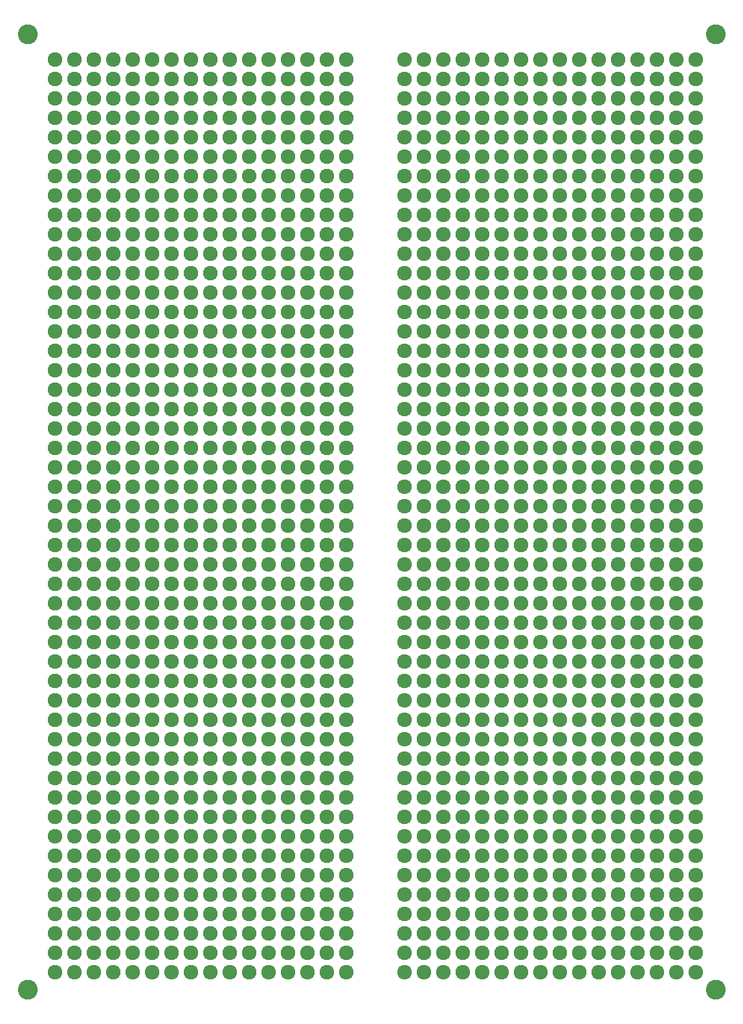
<source format=gbr>
G04 #@! TF.FileFunction,Soldermask,Top*
%FSLAX46Y46*%
G04 Gerber Fmt 4.6, Leading zero omitted, Abs format (unit mm)*
G04 Created by KiCad (PCBNEW 4.0.7) date 08/18/19 22:54:50*
%MOMM*%
%LPD*%
G01*
G04 APERTURE LIST*
%ADD10C,0.100000*%
%ADD11C,2.600000*%
%ADD12C,1.924000*%
G04 APERTURE END LIST*
D10*
D11*
X65000000Y-172500000D03*
X155000000Y-172500000D03*
X65000000Y-47500000D03*
D12*
X73660000Y-78740000D03*
X76200000Y-78740000D03*
X78740000Y-78740000D03*
X81280000Y-78740000D03*
X83820000Y-78740000D03*
X73660000Y-76200000D03*
X76200000Y-76200000D03*
X78740000Y-76200000D03*
X81280000Y-76200000D03*
X83820000Y-76200000D03*
X73660000Y-81280000D03*
X76200000Y-81280000D03*
X78740000Y-81280000D03*
X81280000Y-81280000D03*
X83820000Y-81280000D03*
X73660000Y-86360000D03*
X76200000Y-86360000D03*
X78740000Y-86360000D03*
X81280000Y-86360000D03*
X83820000Y-86360000D03*
X73660000Y-83820000D03*
X76200000Y-83820000D03*
X78740000Y-83820000D03*
X81280000Y-83820000D03*
X83820000Y-83820000D03*
X68580000Y-86360000D03*
X68580000Y-83820000D03*
X68580000Y-81280000D03*
X68580000Y-78740000D03*
X68580000Y-76200000D03*
X71120000Y-86360000D03*
X71120000Y-83820000D03*
X71120000Y-81280000D03*
X71120000Y-78740000D03*
X71120000Y-76200000D03*
X73660000Y-58420000D03*
X76200000Y-58420000D03*
X78740000Y-58420000D03*
X81280000Y-58420000D03*
X83820000Y-58420000D03*
X73660000Y-55880000D03*
X76200000Y-55880000D03*
X78740000Y-55880000D03*
X81280000Y-55880000D03*
X83820000Y-55880000D03*
X73660000Y-53340000D03*
X76200000Y-53340000D03*
X78740000Y-53340000D03*
X81280000Y-53340000D03*
X83820000Y-53340000D03*
X68580000Y-60960000D03*
X68580000Y-58420000D03*
X68580000Y-55880000D03*
X68580000Y-53340000D03*
X68580000Y-50800000D03*
X71120000Y-60960000D03*
X71120000Y-58420000D03*
X71120000Y-55880000D03*
X71120000Y-53340000D03*
X71120000Y-50800000D03*
X73660000Y-60960000D03*
X76200000Y-60960000D03*
X78740000Y-60960000D03*
X81280000Y-60960000D03*
X83820000Y-60960000D03*
X73660000Y-50800000D03*
X76200000Y-50800000D03*
X78740000Y-50800000D03*
X81280000Y-50800000D03*
X83820000Y-50800000D03*
X73660000Y-63500000D03*
X76200000Y-63500000D03*
X78740000Y-63500000D03*
X81280000Y-63500000D03*
X83820000Y-63500000D03*
X73660000Y-68580000D03*
X76200000Y-68580000D03*
X78740000Y-68580000D03*
X81280000Y-68580000D03*
X83820000Y-68580000D03*
X73660000Y-73660000D03*
X76200000Y-73660000D03*
X78740000Y-73660000D03*
X81280000Y-73660000D03*
X83820000Y-73660000D03*
X68580000Y-73660000D03*
X68580000Y-71120000D03*
X68580000Y-68580000D03*
X68580000Y-66040000D03*
X68580000Y-63500000D03*
X73660000Y-66040000D03*
X76200000Y-66040000D03*
X78740000Y-66040000D03*
X81280000Y-66040000D03*
X83820000Y-66040000D03*
X73660000Y-71120000D03*
X76200000Y-71120000D03*
X78740000Y-71120000D03*
X81280000Y-71120000D03*
X83820000Y-71120000D03*
X71120000Y-73660000D03*
X71120000Y-71120000D03*
X71120000Y-68580000D03*
X71120000Y-66040000D03*
X71120000Y-63500000D03*
X86360000Y-86360000D03*
X88900000Y-86360000D03*
X86360000Y-81280000D03*
X88900000Y-81280000D03*
X86360000Y-71120000D03*
X88900000Y-71120000D03*
X86360000Y-83820000D03*
X88900000Y-83820000D03*
X86360000Y-78740000D03*
X88900000Y-78740000D03*
X86360000Y-76200000D03*
X88900000Y-76200000D03*
X68580000Y-124460000D03*
X68580000Y-121920000D03*
X68580000Y-119380000D03*
X68580000Y-116840000D03*
X68580000Y-114300000D03*
X71120000Y-124460000D03*
X71120000Y-121920000D03*
X71120000Y-119380000D03*
X71120000Y-116840000D03*
X71120000Y-114300000D03*
X68580000Y-111760000D03*
X68580000Y-109220000D03*
X68580000Y-106680000D03*
X68580000Y-104140000D03*
X68580000Y-101600000D03*
X71120000Y-111760000D03*
X71120000Y-109220000D03*
X71120000Y-106680000D03*
X71120000Y-104140000D03*
X71120000Y-101600000D03*
X73660000Y-101600000D03*
X76200000Y-101600000D03*
X78740000Y-101600000D03*
X81280000Y-101600000D03*
X83820000Y-101600000D03*
X73660000Y-104140000D03*
X76200000Y-104140000D03*
X78740000Y-104140000D03*
X81280000Y-104140000D03*
X83820000Y-104140000D03*
X73660000Y-109220000D03*
X76200000Y-109220000D03*
X78740000Y-109220000D03*
X81280000Y-109220000D03*
X83820000Y-109220000D03*
X73660000Y-111760000D03*
X76200000Y-111760000D03*
X78740000Y-111760000D03*
X81280000Y-111760000D03*
X83820000Y-111760000D03*
X73660000Y-106680000D03*
X76200000Y-106680000D03*
X78740000Y-106680000D03*
X81280000Y-106680000D03*
X83820000Y-106680000D03*
X73660000Y-96520000D03*
X76200000Y-96520000D03*
X78740000Y-96520000D03*
X81280000Y-96520000D03*
X83820000Y-96520000D03*
X71120000Y-99060000D03*
X71120000Y-96520000D03*
X71120000Y-93980000D03*
X71120000Y-91440000D03*
X71120000Y-88900000D03*
X68580000Y-99060000D03*
X68580000Y-96520000D03*
X68580000Y-93980000D03*
X68580000Y-91440000D03*
X68580000Y-88900000D03*
X73660000Y-99060000D03*
X76200000Y-99060000D03*
X78740000Y-99060000D03*
X81280000Y-99060000D03*
X83820000Y-99060000D03*
X73660000Y-91440000D03*
X76200000Y-91440000D03*
X78740000Y-91440000D03*
X81280000Y-91440000D03*
X83820000Y-91440000D03*
X73660000Y-93980000D03*
X76200000Y-93980000D03*
X78740000Y-93980000D03*
X81280000Y-93980000D03*
X83820000Y-93980000D03*
X73660000Y-88900000D03*
X76200000Y-88900000D03*
X78740000Y-88900000D03*
X81280000Y-88900000D03*
X83820000Y-88900000D03*
X86360000Y-121920000D03*
X88900000Y-121920000D03*
X86360000Y-119380000D03*
X88900000Y-119380000D03*
X86360000Y-116840000D03*
X88900000Y-116840000D03*
X73660000Y-124460000D03*
X76200000Y-124460000D03*
X78740000Y-124460000D03*
X81280000Y-124460000D03*
X83820000Y-124460000D03*
X73660000Y-114300000D03*
X76200000Y-114300000D03*
X78740000Y-114300000D03*
X81280000Y-114300000D03*
X83820000Y-114300000D03*
X73660000Y-121920000D03*
X76200000Y-121920000D03*
X78740000Y-121920000D03*
X81280000Y-121920000D03*
X83820000Y-121920000D03*
X73660000Y-116840000D03*
X76200000Y-116840000D03*
X78740000Y-116840000D03*
X81280000Y-116840000D03*
X83820000Y-116840000D03*
X73660000Y-119380000D03*
X76200000Y-119380000D03*
X78740000Y-119380000D03*
X81280000Y-119380000D03*
X83820000Y-119380000D03*
X91440000Y-88900000D03*
X93980000Y-88900000D03*
X96520000Y-88900000D03*
X99060000Y-88900000D03*
X101600000Y-88900000D03*
X86360000Y-93980000D03*
X88900000Y-93980000D03*
X86360000Y-88900000D03*
X88900000Y-88900000D03*
X86360000Y-91440000D03*
X88900000Y-91440000D03*
X91440000Y-93980000D03*
X93980000Y-93980000D03*
X96520000Y-93980000D03*
X99060000Y-93980000D03*
X101600000Y-93980000D03*
X91440000Y-91440000D03*
X93980000Y-91440000D03*
X96520000Y-91440000D03*
X99060000Y-91440000D03*
X101600000Y-91440000D03*
X91440000Y-96520000D03*
X93980000Y-96520000D03*
X96520000Y-96520000D03*
X99060000Y-96520000D03*
X101600000Y-96520000D03*
X106680000Y-99060000D03*
X106680000Y-96520000D03*
X106680000Y-93980000D03*
X106680000Y-91440000D03*
X106680000Y-88900000D03*
X104140000Y-99060000D03*
X104140000Y-96520000D03*
X104140000Y-93980000D03*
X104140000Y-91440000D03*
X104140000Y-88900000D03*
X91440000Y-99060000D03*
X93980000Y-99060000D03*
X96520000Y-99060000D03*
X99060000Y-99060000D03*
X101600000Y-99060000D03*
X91440000Y-124460000D03*
X93980000Y-124460000D03*
X96520000Y-124460000D03*
X99060000Y-124460000D03*
X101600000Y-124460000D03*
X91440000Y-121920000D03*
X93980000Y-121920000D03*
X96520000Y-121920000D03*
X99060000Y-121920000D03*
X101600000Y-121920000D03*
X91440000Y-116840000D03*
X93980000Y-116840000D03*
X96520000Y-116840000D03*
X99060000Y-116840000D03*
X101600000Y-116840000D03*
X91440000Y-119380000D03*
X93980000Y-119380000D03*
X96520000Y-119380000D03*
X99060000Y-119380000D03*
X101600000Y-119380000D03*
X106680000Y-124460000D03*
X106680000Y-121920000D03*
X106680000Y-119380000D03*
X106680000Y-116840000D03*
X106680000Y-114300000D03*
X104140000Y-124460000D03*
X104140000Y-121920000D03*
X104140000Y-119380000D03*
X104140000Y-116840000D03*
X104140000Y-114300000D03*
X91440000Y-114300000D03*
X93980000Y-114300000D03*
X96520000Y-114300000D03*
X99060000Y-114300000D03*
X101600000Y-114300000D03*
X86360000Y-124460000D03*
X88900000Y-124460000D03*
X86360000Y-99060000D03*
X88900000Y-99060000D03*
X86360000Y-104140000D03*
X88900000Y-104140000D03*
X86360000Y-106680000D03*
X88900000Y-106680000D03*
X86360000Y-96520000D03*
X88900000Y-96520000D03*
X86360000Y-101600000D03*
X88900000Y-101600000D03*
X86360000Y-114300000D03*
X88900000Y-114300000D03*
X86360000Y-109220000D03*
X88900000Y-109220000D03*
X86360000Y-111760000D03*
X88900000Y-111760000D03*
X91440000Y-101600000D03*
X93980000Y-101600000D03*
X96520000Y-101600000D03*
X99060000Y-101600000D03*
X101600000Y-101600000D03*
X91440000Y-104140000D03*
X93980000Y-104140000D03*
X96520000Y-104140000D03*
X99060000Y-104140000D03*
X101600000Y-104140000D03*
X91440000Y-111760000D03*
X93980000Y-111760000D03*
X96520000Y-111760000D03*
X99060000Y-111760000D03*
X101600000Y-111760000D03*
X91440000Y-109220000D03*
X93980000Y-109220000D03*
X96520000Y-109220000D03*
X99060000Y-109220000D03*
X101600000Y-109220000D03*
X106680000Y-111760000D03*
X106680000Y-109220000D03*
X106680000Y-106680000D03*
X106680000Y-104140000D03*
X106680000Y-101600000D03*
X104140000Y-111760000D03*
X104140000Y-109220000D03*
X104140000Y-106680000D03*
X104140000Y-104140000D03*
X104140000Y-101600000D03*
X91440000Y-106680000D03*
X93980000Y-106680000D03*
X96520000Y-106680000D03*
X99060000Y-106680000D03*
X101600000Y-106680000D03*
X86360000Y-149860000D03*
X88900000Y-149860000D03*
X86360000Y-157480000D03*
X88900000Y-157480000D03*
X86360000Y-154940000D03*
X88900000Y-154940000D03*
X86360000Y-152400000D03*
X88900000Y-152400000D03*
X106680000Y-162560000D03*
X106680000Y-160020000D03*
X106680000Y-157480000D03*
X106680000Y-154940000D03*
X106680000Y-152400000D03*
X91440000Y-162560000D03*
X93980000Y-162560000D03*
X96520000Y-162560000D03*
X99060000Y-162560000D03*
X101600000Y-162560000D03*
X106680000Y-170180000D03*
X106680000Y-167640000D03*
X106680000Y-165100000D03*
X104140000Y-162560000D03*
X104140000Y-160020000D03*
X104140000Y-157480000D03*
X104140000Y-154940000D03*
X104140000Y-152400000D03*
X104140000Y-170180000D03*
X104140000Y-167640000D03*
X104140000Y-165100000D03*
X73660000Y-160020000D03*
X76200000Y-160020000D03*
X78740000Y-160020000D03*
X81280000Y-160020000D03*
X83820000Y-160020000D03*
X73660000Y-162560000D03*
X76200000Y-162560000D03*
X78740000Y-162560000D03*
X81280000Y-162560000D03*
X83820000Y-162560000D03*
X71120000Y-162560000D03*
X71120000Y-160020000D03*
X71120000Y-157480000D03*
X71120000Y-154940000D03*
X71120000Y-152400000D03*
X73660000Y-152400000D03*
X76200000Y-152400000D03*
X78740000Y-152400000D03*
X81280000Y-152400000D03*
X83820000Y-152400000D03*
X73660000Y-149860000D03*
X76200000Y-149860000D03*
X78740000Y-149860000D03*
X81280000Y-149860000D03*
X83820000Y-149860000D03*
X73660000Y-154940000D03*
X76200000Y-154940000D03*
X78740000Y-154940000D03*
X81280000Y-154940000D03*
X83820000Y-154940000D03*
X68580000Y-162560000D03*
X68580000Y-160020000D03*
X68580000Y-157480000D03*
X68580000Y-154940000D03*
X68580000Y-152400000D03*
X73660000Y-157480000D03*
X76200000Y-157480000D03*
X78740000Y-157480000D03*
X81280000Y-157480000D03*
X83820000Y-157480000D03*
X73660000Y-165100000D03*
X76200000Y-165100000D03*
X78740000Y-165100000D03*
X81280000Y-165100000D03*
X83820000Y-165100000D03*
X71120000Y-170180000D03*
X71120000Y-167640000D03*
X71120000Y-165100000D03*
X68580000Y-170180000D03*
X68580000Y-167640000D03*
X68580000Y-165100000D03*
X73660000Y-167640000D03*
X76200000Y-167640000D03*
X78740000Y-167640000D03*
X81280000Y-167640000D03*
X83820000Y-167640000D03*
X86360000Y-160020000D03*
X88900000Y-160020000D03*
X86360000Y-162560000D03*
X88900000Y-162560000D03*
X73660000Y-170180000D03*
X76200000Y-170180000D03*
X78740000Y-170180000D03*
X81280000Y-170180000D03*
X83820000Y-170180000D03*
X86360000Y-165100000D03*
X88900000Y-165100000D03*
X91440000Y-167640000D03*
X93980000Y-167640000D03*
X96520000Y-167640000D03*
X99060000Y-167640000D03*
X101600000Y-167640000D03*
X86360000Y-170180000D03*
X88900000Y-170180000D03*
X91440000Y-170180000D03*
X93980000Y-170180000D03*
X96520000Y-170180000D03*
X99060000Y-170180000D03*
X101600000Y-170180000D03*
X91440000Y-165100000D03*
X93980000Y-165100000D03*
X96520000Y-165100000D03*
X99060000Y-165100000D03*
X101600000Y-165100000D03*
X86360000Y-167640000D03*
X88900000Y-167640000D03*
X91440000Y-154940000D03*
X93980000Y-154940000D03*
X96520000Y-154940000D03*
X99060000Y-154940000D03*
X101600000Y-154940000D03*
X91440000Y-152400000D03*
X93980000Y-152400000D03*
X96520000Y-152400000D03*
X99060000Y-152400000D03*
X101600000Y-152400000D03*
X91440000Y-149860000D03*
X93980000Y-149860000D03*
X96520000Y-149860000D03*
X99060000Y-149860000D03*
X101600000Y-149860000D03*
X91440000Y-160020000D03*
X93980000Y-160020000D03*
X96520000Y-160020000D03*
X99060000Y-160020000D03*
X101600000Y-160020000D03*
X91440000Y-157480000D03*
X93980000Y-157480000D03*
X96520000Y-157480000D03*
X99060000Y-157480000D03*
X101600000Y-157480000D03*
X73660000Y-137160000D03*
X76200000Y-137160000D03*
X78740000Y-137160000D03*
X81280000Y-137160000D03*
X83820000Y-137160000D03*
X68580000Y-137160000D03*
X68580000Y-134620000D03*
X68580000Y-132080000D03*
X68580000Y-129540000D03*
X68580000Y-127000000D03*
X71120000Y-137160000D03*
X71120000Y-134620000D03*
X71120000Y-132080000D03*
X71120000Y-129540000D03*
X71120000Y-127000000D03*
X73660000Y-134620000D03*
X76200000Y-134620000D03*
X78740000Y-134620000D03*
X81280000Y-134620000D03*
X83820000Y-134620000D03*
X86360000Y-127000000D03*
X88900000Y-127000000D03*
X73660000Y-132080000D03*
X76200000Y-132080000D03*
X78740000Y-132080000D03*
X81280000Y-132080000D03*
X83820000Y-132080000D03*
X73660000Y-129540000D03*
X76200000Y-129540000D03*
X78740000Y-129540000D03*
X81280000Y-129540000D03*
X83820000Y-129540000D03*
X73660000Y-127000000D03*
X76200000Y-127000000D03*
X78740000Y-127000000D03*
X81280000Y-127000000D03*
X83820000Y-127000000D03*
X91440000Y-127000000D03*
X93980000Y-127000000D03*
X96520000Y-127000000D03*
X99060000Y-127000000D03*
X101600000Y-127000000D03*
X106680000Y-137160000D03*
X106680000Y-134620000D03*
X106680000Y-132080000D03*
X106680000Y-129540000D03*
X106680000Y-127000000D03*
X104140000Y-137160000D03*
X104140000Y-134620000D03*
X104140000Y-132080000D03*
X104140000Y-129540000D03*
X104140000Y-127000000D03*
X91440000Y-137160000D03*
X93980000Y-137160000D03*
X96520000Y-137160000D03*
X99060000Y-137160000D03*
X101600000Y-137160000D03*
X91440000Y-134620000D03*
X93980000Y-134620000D03*
X96520000Y-134620000D03*
X99060000Y-134620000D03*
X101600000Y-134620000D03*
X91440000Y-129540000D03*
X93980000Y-129540000D03*
X96520000Y-129540000D03*
X99060000Y-129540000D03*
X101600000Y-129540000D03*
X91440000Y-132080000D03*
X93980000Y-132080000D03*
X96520000Y-132080000D03*
X99060000Y-132080000D03*
X101600000Y-132080000D03*
X86360000Y-147320000D03*
X88900000Y-147320000D03*
X86360000Y-144780000D03*
X88900000Y-144780000D03*
X86360000Y-142240000D03*
X88900000Y-142240000D03*
X86360000Y-139700000D03*
X88900000Y-139700000D03*
X86360000Y-137160000D03*
X88900000Y-137160000D03*
X86360000Y-134620000D03*
X88900000Y-134620000D03*
X86360000Y-129540000D03*
X88900000Y-129540000D03*
X86360000Y-132080000D03*
X88900000Y-132080000D03*
X73660000Y-147320000D03*
X76200000Y-147320000D03*
X78740000Y-147320000D03*
X81280000Y-147320000D03*
X83820000Y-147320000D03*
X71120000Y-149860000D03*
X71120000Y-147320000D03*
X71120000Y-144780000D03*
X71120000Y-142240000D03*
X71120000Y-139700000D03*
X73660000Y-144780000D03*
X76200000Y-144780000D03*
X78740000Y-144780000D03*
X81280000Y-144780000D03*
X83820000Y-144780000D03*
X73660000Y-139700000D03*
X76200000Y-139700000D03*
X78740000Y-139700000D03*
X81280000Y-139700000D03*
X83820000Y-139700000D03*
X68580000Y-149860000D03*
X68580000Y-147320000D03*
X68580000Y-144780000D03*
X68580000Y-142240000D03*
X68580000Y-139700000D03*
X73660000Y-142240000D03*
X76200000Y-142240000D03*
X78740000Y-142240000D03*
X81280000Y-142240000D03*
X83820000Y-142240000D03*
X91440000Y-144780000D03*
X93980000Y-144780000D03*
X96520000Y-144780000D03*
X99060000Y-144780000D03*
X101600000Y-144780000D03*
X106680000Y-149860000D03*
X106680000Y-147320000D03*
X106680000Y-144780000D03*
X106680000Y-142240000D03*
X106680000Y-139700000D03*
X104140000Y-149860000D03*
X104140000Y-147320000D03*
X104140000Y-144780000D03*
X104140000Y-142240000D03*
X104140000Y-139700000D03*
X91440000Y-139700000D03*
X93980000Y-139700000D03*
X96520000Y-139700000D03*
X99060000Y-139700000D03*
X101600000Y-139700000D03*
X91440000Y-147320000D03*
X93980000Y-147320000D03*
X96520000Y-147320000D03*
X99060000Y-147320000D03*
X101600000Y-147320000D03*
X91440000Y-142240000D03*
X93980000Y-142240000D03*
X96520000Y-142240000D03*
X99060000Y-142240000D03*
X101600000Y-142240000D03*
X86360000Y-63500000D03*
X88900000Y-63500000D03*
X86360000Y-73660000D03*
X88900000Y-73660000D03*
X86360000Y-68580000D03*
X88900000Y-68580000D03*
X86360000Y-66040000D03*
X88900000Y-66040000D03*
X91440000Y-73660000D03*
X93980000Y-73660000D03*
X96520000Y-73660000D03*
X99060000Y-73660000D03*
X101600000Y-73660000D03*
X104140000Y-73660000D03*
X104140000Y-71120000D03*
X104140000Y-68580000D03*
X104140000Y-66040000D03*
X104140000Y-63500000D03*
X91440000Y-66040000D03*
X93980000Y-66040000D03*
X96520000Y-66040000D03*
X99060000Y-66040000D03*
X101600000Y-66040000D03*
X91440000Y-71120000D03*
X93980000Y-71120000D03*
X96520000Y-71120000D03*
X99060000Y-71120000D03*
X101600000Y-71120000D03*
X91440000Y-63500000D03*
X93980000Y-63500000D03*
X96520000Y-63500000D03*
X99060000Y-63500000D03*
X101600000Y-63500000D03*
X106680000Y-73660000D03*
X106680000Y-71120000D03*
X106680000Y-68580000D03*
X106680000Y-66040000D03*
X106680000Y-63500000D03*
X91440000Y-60960000D03*
X93980000Y-60960000D03*
X96520000Y-60960000D03*
X99060000Y-60960000D03*
X101600000Y-60960000D03*
X91440000Y-68580000D03*
X93980000Y-68580000D03*
X96520000Y-68580000D03*
X99060000Y-68580000D03*
X101600000Y-68580000D03*
X91440000Y-55880000D03*
X93980000Y-55880000D03*
X96520000Y-55880000D03*
X99060000Y-55880000D03*
X101600000Y-55880000D03*
X91440000Y-53340000D03*
X93980000Y-53340000D03*
X96520000Y-53340000D03*
X99060000Y-53340000D03*
X101600000Y-53340000D03*
X106680000Y-60960000D03*
X106680000Y-58420000D03*
X106680000Y-55880000D03*
X106680000Y-53340000D03*
X106680000Y-50800000D03*
X104140000Y-60960000D03*
X104140000Y-58420000D03*
X104140000Y-55880000D03*
X104140000Y-53340000D03*
X104140000Y-50800000D03*
X91440000Y-50800000D03*
X93980000Y-50800000D03*
X96520000Y-50800000D03*
X99060000Y-50800000D03*
X101600000Y-50800000D03*
X86360000Y-60960000D03*
X88900000Y-60960000D03*
X86360000Y-55880000D03*
X88900000Y-55880000D03*
X86360000Y-58420000D03*
X88900000Y-58420000D03*
X86360000Y-53340000D03*
X88900000Y-53340000D03*
X86360000Y-50800000D03*
X88900000Y-50800000D03*
X91440000Y-58420000D03*
X93980000Y-58420000D03*
X96520000Y-58420000D03*
X99060000Y-58420000D03*
X101600000Y-58420000D03*
X91440000Y-83820000D03*
X93980000Y-83820000D03*
X96520000Y-83820000D03*
X99060000Y-83820000D03*
X101600000Y-83820000D03*
X91440000Y-76200000D03*
X93980000Y-76200000D03*
X96520000Y-76200000D03*
X99060000Y-76200000D03*
X101600000Y-76200000D03*
X106680000Y-86360000D03*
X106680000Y-83820000D03*
X106680000Y-81280000D03*
X106680000Y-78740000D03*
X106680000Y-76200000D03*
X91440000Y-81280000D03*
X93980000Y-81280000D03*
X96520000Y-81280000D03*
X99060000Y-81280000D03*
X101600000Y-81280000D03*
X91440000Y-78740000D03*
X93980000Y-78740000D03*
X96520000Y-78740000D03*
X99060000Y-78740000D03*
X101600000Y-78740000D03*
X104140000Y-86360000D03*
X104140000Y-83820000D03*
X104140000Y-81280000D03*
X104140000Y-78740000D03*
X104140000Y-76200000D03*
X91440000Y-86360000D03*
X93980000Y-86360000D03*
X96520000Y-86360000D03*
X99060000Y-86360000D03*
X101600000Y-86360000D03*
X116840000Y-111760000D03*
X116840000Y-109220000D03*
X116840000Y-106680000D03*
X116840000Y-104140000D03*
X116840000Y-101600000D03*
X114300000Y-111760000D03*
X114300000Y-109220000D03*
X114300000Y-106680000D03*
X114300000Y-104140000D03*
X114300000Y-101600000D03*
X116840000Y-124460000D03*
X116840000Y-121920000D03*
X116840000Y-119380000D03*
X116840000Y-116840000D03*
X116840000Y-114300000D03*
X114300000Y-124460000D03*
X114300000Y-121920000D03*
X114300000Y-119380000D03*
X114300000Y-116840000D03*
X114300000Y-114300000D03*
X116840000Y-137160000D03*
X116840000Y-134620000D03*
X116840000Y-132080000D03*
X116840000Y-129540000D03*
X116840000Y-127000000D03*
X114300000Y-137160000D03*
X114300000Y-134620000D03*
X114300000Y-132080000D03*
X114300000Y-129540000D03*
X114300000Y-127000000D03*
X116840000Y-99060000D03*
X116840000Y-96520000D03*
X116840000Y-93980000D03*
X116840000Y-91440000D03*
X116840000Y-88900000D03*
X114300000Y-99060000D03*
X114300000Y-96520000D03*
X114300000Y-93980000D03*
X114300000Y-91440000D03*
X114300000Y-88900000D03*
X116840000Y-86360000D03*
X116840000Y-83820000D03*
X116840000Y-81280000D03*
X116840000Y-78740000D03*
X116840000Y-76200000D03*
X114300000Y-86360000D03*
X114300000Y-83820000D03*
X114300000Y-81280000D03*
X114300000Y-78740000D03*
X114300000Y-76200000D03*
X116840000Y-60960000D03*
X116840000Y-58420000D03*
X116840000Y-55880000D03*
X116840000Y-53340000D03*
X116840000Y-50800000D03*
X114300000Y-60960000D03*
X114300000Y-58420000D03*
X114300000Y-55880000D03*
X114300000Y-53340000D03*
X114300000Y-50800000D03*
X116840000Y-73660000D03*
X116840000Y-71120000D03*
X116840000Y-68580000D03*
X116840000Y-66040000D03*
X116840000Y-63500000D03*
X114300000Y-73660000D03*
X114300000Y-71120000D03*
X114300000Y-68580000D03*
X114300000Y-66040000D03*
X114300000Y-63500000D03*
X116840000Y-149860000D03*
X116840000Y-147320000D03*
X116840000Y-144780000D03*
X116840000Y-142240000D03*
X116840000Y-139700000D03*
X114300000Y-149860000D03*
X114300000Y-147320000D03*
X114300000Y-144780000D03*
X114300000Y-142240000D03*
X114300000Y-139700000D03*
X116840000Y-170180000D03*
X116840000Y-167640000D03*
X116840000Y-165100000D03*
X114300000Y-170180000D03*
X114300000Y-167640000D03*
X114300000Y-165100000D03*
X116840000Y-162560000D03*
X116840000Y-160020000D03*
X116840000Y-157480000D03*
X116840000Y-154940000D03*
X116840000Y-152400000D03*
X114300000Y-162560000D03*
X114300000Y-160020000D03*
X114300000Y-157480000D03*
X114300000Y-154940000D03*
X114300000Y-152400000D03*
X152400000Y-111760000D03*
X152400000Y-109220000D03*
X152400000Y-106680000D03*
X152400000Y-104140000D03*
X152400000Y-101600000D03*
X152400000Y-124460000D03*
X152400000Y-121920000D03*
X152400000Y-119380000D03*
X152400000Y-116840000D03*
X152400000Y-114300000D03*
X152400000Y-137160000D03*
X152400000Y-134620000D03*
X152400000Y-132080000D03*
X152400000Y-129540000D03*
X152400000Y-127000000D03*
X152400000Y-99060000D03*
X152400000Y-96520000D03*
X152400000Y-93980000D03*
X152400000Y-91440000D03*
X152400000Y-88900000D03*
X152400000Y-86360000D03*
X152400000Y-83820000D03*
X152400000Y-81280000D03*
X152400000Y-78740000D03*
X152400000Y-76200000D03*
X152400000Y-60960000D03*
X152400000Y-58420000D03*
X152400000Y-55880000D03*
X152400000Y-53340000D03*
X152400000Y-50800000D03*
X152400000Y-73660000D03*
X152400000Y-71120000D03*
X152400000Y-68580000D03*
X152400000Y-66040000D03*
X152400000Y-63500000D03*
X152400000Y-149860000D03*
X152400000Y-147320000D03*
X152400000Y-144780000D03*
X152400000Y-142240000D03*
X152400000Y-139700000D03*
X152400000Y-170180000D03*
X152400000Y-167640000D03*
X152400000Y-165100000D03*
X152400000Y-162560000D03*
X152400000Y-160020000D03*
X152400000Y-157480000D03*
X152400000Y-154940000D03*
X152400000Y-152400000D03*
X149860000Y-162560000D03*
X149860000Y-160020000D03*
X149860000Y-157480000D03*
X149860000Y-154940000D03*
X149860000Y-152400000D03*
X149860000Y-149860000D03*
X149860000Y-147320000D03*
X149860000Y-144780000D03*
X149860000Y-142240000D03*
X149860000Y-139700000D03*
X149860000Y-137160000D03*
X149860000Y-134620000D03*
X149860000Y-132080000D03*
X149860000Y-129540000D03*
X149860000Y-127000000D03*
X149860000Y-124460000D03*
X149860000Y-121920000D03*
X149860000Y-119380000D03*
X149860000Y-116840000D03*
X149860000Y-114300000D03*
X149860000Y-111760000D03*
X149860000Y-109220000D03*
X149860000Y-106680000D03*
X149860000Y-104140000D03*
X149860000Y-101600000D03*
X149860000Y-99060000D03*
X149860000Y-96520000D03*
X149860000Y-93980000D03*
X149860000Y-91440000D03*
X149860000Y-88900000D03*
X149860000Y-86360000D03*
X149860000Y-83820000D03*
X149860000Y-81280000D03*
X149860000Y-78740000D03*
X149860000Y-76200000D03*
X149860000Y-73660000D03*
X149860000Y-71120000D03*
X149860000Y-68580000D03*
X149860000Y-66040000D03*
X149860000Y-63500000D03*
X119380000Y-137160000D03*
X121920000Y-137160000D03*
X124460000Y-137160000D03*
X127000000Y-137160000D03*
X129540000Y-137160000D03*
X119380000Y-134620000D03*
X121920000Y-134620000D03*
X124460000Y-134620000D03*
X127000000Y-134620000D03*
X129540000Y-134620000D03*
X119380000Y-104140000D03*
X121920000Y-104140000D03*
X124460000Y-104140000D03*
X127000000Y-104140000D03*
X129540000Y-104140000D03*
X119380000Y-106680000D03*
X121920000Y-106680000D03*
X124460000Y-106680000D03*
X127000000Y-106680000D03*
X129540000Y-106680000D03*
X119380000Y-127000000D03*
X121920000Y-127000000D03*
X124460000Y-127000000D03*
X127000000Y-127000000D03*
X129540000Y-127000000D03*
X119380000Y-121920000D03*
X121920000Y-121920000D03*
X124460000Y-121920000D03*
X127000000Y-121920000D03*
X129540000Y-121920000D03*
X119380000Y-132080000D03*
X121920000Y-132080000D03*
X124460000Y-132080000D03*
X127000000Y-132080000D03*
X129540000Y-132080000D03*
X119380000Y-124460000D03*
X121920000Y-124460000D03*
X124460000Y-124460000D03*
X127000000Y-124460000D03*
X129540000Y-124460000D03*
X119380000Y-129540000D03*
X121920000Y-129540000D03*
X124460000Y-129540000D03*
X127000000Y-129540000D03*
X129540000Y-129540000D03*
X119380000Y-119380000D03*
X121920000Y-119380000D03*
X124460000Y-119380000D03*
X127000000Y-119380000D03*
X129540000Y-119380000D03*
X119380000Y-114300000D03*
X121920000Y-114300000D03*
X124460000Y-114300000D03*
X127000000Y-114300000D03*
X129540000Y-114300000D03*
X119380000Y-116840000D03*
X121920000Y-116840000D03*
X124460000Y-116840000D03*
X127000000Y-116840000D03*
X129540000Y-116840000D03*
X119380000Y-111760000D03*
X121920000Y-111760000D03*
X124460000Y-111760000D03*
X127000000Y-111760000D03*
X129540000Y-111760000D03*
X119380000Y-109220000D03*
X121920000Y-109220000D03*
X124460000Y-109220000D03*
X127000000Y-109220000D03*
X129540000Y-109220000D03*
X119380000Y-76200000D03*
X121920000Y-76200000D03*
X124460000Y-76200000D03*
X127000000Y-76200000D03*
X129540000Y-76200000D03*
X119380000Y-78740000D03*
X121920000Y-78740000D03*
X124460000Y-78740000D03*
X127000000Y-78740000D03*
X129540000Y-78740000D03*
X119380000Y-81280000D03*
X121920000Y-81280000D03*
X124460000Y-81280000D03*
X127000000Y-81280000D03*
X129540000Y-81280000D03*
X119380000Y-83820000D03*
X121920000Y-83820000D03*
X124460000Y-83820000D03*
X127000000Y-83820000D03*
X129540000Y-83820000D03*
X119380000Y-86360000D03*
X121920000Y-86360000D03*
X124460000Y-86360000D03*
X127000000Y-86360000D03*
X129540000Y-86360000D03*
X119380000Y-88900000D03*
X121920000Y-88900000D03*
X124460000Y-88900000D03*
X127000000Y-88900000D03*
X129540000Y-88900000D03*
X119380000Y-101600000D03*
X121920000Y-101600000D03*
X124460000Y-101600000D03*
X127000000Y-101600000D03*
X129540000Y-101600000D03*
X119380000Y-91440000D03*
X121920000Y-91440000D03*
X124460000Y-91440000D03*
X127000000Y-91440000D03*
X129540000Y-91440000D03*
X119380000Y-99060000D03*
X121920000Y-99060000D03*
X124460000Y-99060000D03*
X127000000Y-99060000D03*
X129540000Y-99060000D03*
X119380000Y-93980000D03*
X121920000Y-93980000D03*
X124460000Y-93980000D03*
X127000000Y-93980000D03*
X129540000Y-93980000D03*
X119380000Y-96520000D03*
X121920000Y-96520000D03*
X124460000Y-96520000D03*
X127000000Y-96520000D03*
X129540000Y-96520000D03*
X119380000Y-60960000D03*
X121920000Y-60960000D03*
X124460000Y-60960000D03*
X127000000Y-60960000D03*
X129540000Y-60960000D03*
X119380000Y-50800000D03*
X121920000Y-50800000D03*
X124460000Y-50800000D03*
X127000000Y-50800000D03*
X129540000Y-50800000D03*
X119380000Y-53340000D03*
X121920000Y-53340000D03*
X124460000Y-53340000D03*
X127000000Y-53340000D03*
X129540000Y-53340000D03*
X119380000Y-55880000D03*
X121920000Y-55880000D03*
X124460000Y-55880000D03*
X127000000Y-55880000D03*
X129540000Y-55880000D03*
X119380000Y-58420000D03*
X121920000Y-58420000D03*
X124460000Y-58420000D03*
X127000000Y-58420000D03*
X129540000Y-58420000D03*
X119380000Y-73660000D03*
X121920000Y-73660000D03*
X124460000Y-73660000D03*
X127000000Y-73660000D03*
X129540000Y-73660000D03*
X119380000Y-71120000D03*
X121920000Y-71120000D03*
X124460000Y-71120000D03*
X127000000Y-71120000D03*
X129540000Y-71120000D03*
X119380000Y-66040000D03*
X121920000Y-66040000D03*
X124460000Y-66040000D03*
X127000000Y-66040000D03*
X129540000Y-66040000D03*
X119380000Y-68580000D03*
X121920000Y-68580000D03*
X124460000Y-68580000D03*
X127000000Y-68580000D03*
X129540000Y-68580000D03*
X119380000Y-63500000D03*
X121920000Y-63500000D03*
X124460000Y-63500000D03*
X127000000Y-63500000D03*
X129540000Y-63500000D03*
X119380000Y-139700000D03*
X121920000Y-139700000D03*
X124460000Y-139700000D03*
X127000000Y-139700000D03*
X129540000Y-139700000D03*
X119380000Y-154940000D03*
X121920000Y-154940000D03*
X124460000Y-154940000D03*
X127000000Y-154940000D03*
X129540000Y-154940000D03*
X119380000Y-157480000D03*
X121920000Y-157480000D03*
X124460000Y-157480000D03*
X127000000Y-157480000D03*
X129540000Y-157480000D03*
X119380000Y-144780000D03*
X121920000Y-144780000D03*
X124460000Y-144780000D03*
X127000000Y-144780000D03*
X129540000Y-144780000D03*
X119380000Y-142240000D03*
X121920000Y-142240000D03*
X124460000Y-142240000D03*
X127000000Y-142240000D03*
X129540000Y-142240000D03*
X119380000Y-147320000D03*
X121920000Y-147320000D03*
X124460000Y-147320000D03*
X127000000Y-147320000D03*
X129540000Y-147320000D03*
X119380000Y-152400000D03*
X121920000Y-152400000D03*
X124460000Y-152400000D03*
X127000000Y-152400000D03*
X129540000Y-152400000D03*
X119380000Y-149860000D03*
X121920000Y-149860000D03*
X124460000Y-149860000D03*
X127000000Y-149860000D03*
X129540000Y-149860000D03*
X119380000Y-162560000D03*
X121920000Y-162560000D03*
X124460000Y-162560000D03*
X127000000Y-162560000D03*
X129540000Y-162560000D03*
X119380000Y-167640000D03*
X121920000Y-167640000D03*
X124460000Y-167640000D03*
X127000000Y-167640000D03*
X129540000Y-167640000D03*
X119380000Y-160020000D03*
X121920000Y-160020000D03*
X124460000Y-160020000D03*
X127000000Y-160020000D03*
X129540000Y-160020000D03*
X119380000Y-170180000D03*
X121920000Y-170180000D03*
X124460000Y-170180000D03*
X127000000Y-170180000D03*
X129540000Y-170180000D03*
X119380000Y-165100000D03*
X121920000Y-165100000D03*
X124460000Y-165100000D03*
X127000000Y-165100000D03*
X129540000Y-165100000D03*
X132080000Y-160020000D03*
X134620000Y-160020000D03*
X132080000Y-157480000D03*
X134620000Y-157480000D03*
X132080000Y-162560000D03*
X134620000Y-162560000D03*
X132080000Y-154940000D03*
X134620000Y-154940000D03*
X132080000Y-152400000D03*
X134620000Y-152400000D03*
X132080000Y-142240000D03*
X134620000Y-142240000D03*
X132080000Y-147320000D03*
X134620000Y-147320000D03*
X132080000Y-149860000D03*
X134620000Y-149860000D03*
X132080000Y-144780000D03*
X134620000Y-144780000D03*
X132080000Y-134620000D03*
X134620000Y-134620000D03*
X132080000Y-132080000D03*
X134620000Y-132080000D03*
X132080000Y-137160000D03*
X134620000Y-137160000D03*
X132080000Y-139700000D03*
X134620000Y-139700000D03*
X132080000Y-116840000D03*
X134620000Y-116840000D03*
X132080000Y-119380000D03*
X134620000Y-119380000D03*
X132080000Y-114300000D03*
X134620000Y-114300000D03*
X132080000Y-111760000D03*
X134620000Y-111760000D03*
X132080000Y-121920000D03*
X134620000Y-121920000D03*
X132080000Y-124460000D03*
X134620000Y-124460000D03*
X132080000Y-127000000D03*
X134620000Y-127000000D03*
X132080000Y-129540000D03*
X134620000Y-129540000D03*
X132080000Y-165100000D03*
X134620000Y-165100000D03*
X132080000Y-167640000D03*
X134620000Y-167640000D03*
X132080000Y-170180000D03*
X134620000Y-170180000D03*
X132080000Y-81280000D03*
X134620000Y-81280000D03*
X132080000Y-86360000D03*
X134620000Y-86360000D03*
X132080000Y-83820000D03*
X134620000Y-83820000D03*
X132080000Y-88900000D03*
X134620000Y-88900000D03*
X132080000Y-99060000D03*
X134620000Y-99060000D03*
X132080000Y-96520000D03*
X134620000Y-96520000D03*
X132080000Y-93980000D03*
X134620000Y-93980000D03*
X132080000Y-101600000D03*
X134620000Y-101600000D03*
X132080000Y-91440000D03*
X134620000Y-91440000D03*
X132080000Y-109220000D03*
X134620000Y-109220000D03*
X132080000Y-106680000D03*
X134620000Y-106680000D03*
X132080000Y-104140000D03*
X134620000Y-104140000D03*
X132080000Y-73660000D03*
X134620000Y-73660000D03*
X132080000Y-68580000D03*
X134620000Y-68580000D03*
X132080000Y-66040000D03*
X134620000Y-66040000D03*
X132080000Y-71120000D03*
X134620000Y-71120000D03*
X132080000Y-76200000D03*
X134620000Y-76200000D03*
X132080000Y-78740000D03*
X134620000Y-78740000D03*
X132080000Y-63500000D03*
X134620000Y-63500000D03*
X132080000Y-60960000D03*
X134620000Y-60960000D03*
X132080000Y-58420000D03*
X134620000Y-58420000D03*
X132080000Y-55880000D03*
X134620000Y-55880000D03*
X132080000Y-53340000D03*
X134620000Y-53340000D03*
X137160000Y-160020000D03*
X139700000Y-160020000D03*
X142240000Y-160020000D03*
X144780000Y-160020000D03*
X147320000Y-160020000D03*
X137160000Y-165100000D03*
X139700000Y-165100000D03*
X142240000Y-165100000D03*
X144780000Y-165100000D03*
X147320000Y-165100000D03*
X137160000Y-170180000D03*
X139700000Y-170180000D03*
X142240000Y-170180000D03*
X144780000Y-170180000D03*
X147320000Y-170180000D03*
X137160000Y-167640000D03*
X139700000Y-167640000D03*
X142240000Y-167640000D03*
X144780000Y-167640000D03*
X147320000Y-167640000D03*
X137160000Y-162560000D03*
X139700000Y-162560000D03*
X142240000Y-162560000D03*
X144780000Y-162560000D03*
X147320000Y-162560000D03*
X137160000Y-144780000D03*
X139700000Y-144780000D03*
X142240000Y-144780000D03*
X144780000Y-144780000D03*
X147320000Y-144780000D03*
X137160000Y-134620000D03*
X139700000Y-134620000D03*
X142240000Y-134620000D03*
X144780000Y-134620000D03*
X147320000Y-134620000D03*
X137160000Y-139700000D03*
X139700000Y-139700000D03*
X142240000Y-139700000D03*
X144780000Y-139700000D03*
X147320000Y-139700000D03*
X137160000Y-137160000D03*
X139700000Y-137160000D03*
X142240000Y-137160000D03*
X144780000Y-137160000D03*
X147320000Y-137160000D03*
X137160000Y-142240000D03*
X139700000Y-142240000D03*
X142240000Y-142240000D03*
X144780000Y-142240000D03*
X147320000Y-142240000D03*
X137160000Y-121920000D03*
X139700000Y-121920000D03*
X142240000Y-121920000D03*
X144780000Y-121920000D03*
X147320000Y-121920000D03*
X137160000Y-124460000D03*
X139700000Y-124460000D03*
X142240000Y-124460000D03*
X144780000Y-124460000D03*
X147320000Y-124460000D03*
X137160000Y-129540000D03*
X139700000Y-129540000D03*
X142240000Y-129540000D03*
X144780000Y-129540000D03*
X147320000Y-129540000D03*
X137160000Y-132080000D03*
X139700000Y-132080000D03*
X142240000Y-132080000D03*
X144780000Y-132080000D03*
X147320000Y-132080000D03*
X137160000Y-127000000D03*
X139700000Y-127000000D03*
X142240000Y-127000000D03*
X144780000Y-127000000D03*
X147320000Y-127000000D03*
X137160000Y-119380000D03*
X139700000Y-119380000D03*
X142240000Y-119380000D03*
X144780000Y-119380000D03*
X147320000Y-119380000D03*
X137160000Y-111760000D03*
X139700000Y-111760000D03*
X142240000Y-111760000D03*
X144780000Y-111760000D03*
X147320000Y-111760000D03*
X137160000Y-116840000D03*
X139700000Y-116840000D03*
X142240000Y-116840000D03*
X144780000Y-116840000D03*
X147320000Y-116840000D03*
X137160000Y-114300000D03*
X139700000Y-114300000D03*
X142240000Y-114300000D03*
X144780000Y-114300000D03*
X147320000Y-114300000D03*
X137160000Y-157480000D03*
X139700000Y-157480000D03*
X142240000Y-157480000D03*
X144780000Y-157480000D03*
X147320000Y-157480000D03*
X137160000Y-152400000D03*
X139700000Y-152400000D03*
X142240000Y-152400000D03*
X144780000Y-152400000D03*
X147320000Y-152400000D03*
X137160000Y-149860000D03*
X139700000Y-149860000D03*
X142240000Y-149860000D03*
X144780000Y-149860000D03*
X147320000Y-149860000D03*
X137160000Y-147320000D03*
X139700000Y-147320000D03*
X142240000Y-147320000D03*
X144780000Y-147320000D03*
X147320000Y-147320000D03*
X137160000Y-154940000D03*
X139700000Y-154940000D03*
X142240000Y-154940000D03*
X144780000Y-154940000D03*
X147320000Y-154940000D03*
X137160000Y-83820000D03*
X139700000Y-83820000D03*
X142240000Y-83820000D03*
X144780000Y-83820000D03*
X147320000Y-83820000D03*
X137160000Y-88900000D03*
X139700000Y-88900000D03*
X142240000Y-88900000D03*
X144780000Y-88900000D03*
X147320000Y-88900000D03*
X137160000Y-86360000D03*
X139700000Y-86360000D03*
X142240000Y-86360000D03*
X144780000Y-86360000D03*
X147320000Y-86360000D03*
X137160000Y-81280000D03*
X139700000Y-81280000D03*
X142240000Y-81280000D03*
X144780000Y-81280000D03*
X147320000Y-81280000D03*
X137160000Y-96520000D03*
X139700000Y-96520000D03*
X142240000Y-96520000D03*
X144780000Y-96520000D03*
X147320000Y-96520000D03*
X137160000Y-101600000D03*
X139700000Y-101600000D03*
X142240000Y-101600000D03*
X144780000Y-101600000D03*
X147320000Y-101600000D03*
X137160000Y-104140000D03*
X139700000Y-104140000D03*
X142240000Y-104140000D03*
X144780000Y-104140000D03*
X147320000Y-104140000D03*
X137160000Y-99060000D03*
X139700000Y-99060000D03*
X142240000Y-99060000D03*
X144780000Y-99060000D03*
X147320000Y-99060000D03*
X137160000Y-93980000D03*
X139700000Y-93980000D03*
X142240000Y-93980000D03*
X144780000Y-93980000D03*
X147320000Y-93980000D03*
X137160000Y-91440000D03*
X139700000Y-91440000D03*
X142240000Y-91440000D03*
X144780000Y-91440000D03*
X147320000Y-91440000D03*
X137160000Y-109220000D03*
X139700000Y-109220000D03*
X142240000Y-109220000D03*
X144780000Y-109220000D03*
X147320000Y-109220000D03*
X137160000Y-106680000D03*
X139700000Y-106680000D03*
X142240000Y-106680000D03*
X144780000Y-106680000D03*
X147320000Y-106680000D03*
X137160000Y-78740000D03*
X139700000Y-78740000D03*
X142240000Y-78740000D03*
X144780000Y-78740000D03*
X147320000Y-78740000D03*
X137160000Y-76200000D03*
X139700000Y-76200000D03*
X142240000Y-76200000D03*
X144780000Y-76200000D03*
X147320000Y-76200000D03*
X137160000Y-73660000D03*
X139700000Y-73660000D03*
X142240000Y-73660000D03*
X144780000Y-73660000D03*
X147320000Y-73660000D03*
X137160000Y-71120000D03*
X139700000Y-71120000D03*
X142240000Y-71120000D03*
X144780000Y-71120000D03*
X147320000Y-71120000D03*
X137160000Y-68580000D03*
X139700000Y-68580000D03*
X142240000Y-68580000D03*
X144780000Y-68580000D03*
X147320000Y-68580000D03*
X137160000Y-66040000D03*
X139700000Y-66040000D03*
X142240000Y-66040000D03*
X144780000Y-66040000D03*
X147320000Y-66040000D03*
X137160000Y-63500000D03*
X139700000Y-63500000D03*
X142240000Y-63500000D03*
X144780000Y-63500000D03*
X147320000Y-63500000D03*
X137160000Y-60960000D03*
X139700000Y-60960000D03*
X142240000Y-60960000D03*
X144780000Y-60960000D03*
X147320000Y-60960000D03*
X137160000Y-58420000D03*
X139700000Y-58420000D03*
X142240000Y-58420000D03*
X144780000Y-58420000D03*
X147320000Y-58420000D03*
X137160000Y-55880000D03*
X139700000Y-55880000D03*
X142240000Y-55880000D03*
X144780000Y-55880000D03*
X147320000Y-55880000D03*
X137160000Y-53340000D03*
X139700000Y-53340000D03*
X142240000Y-53340000D03*
X144780000Y-53340000D03*
X147320000Y-53340000D03*
X137160000Y-50800000D03*
X139700000Y-50800000D03*
X142240000Y-50800000D03*
X144780000Y-50800000D03*
X147320000Y-50800000D03*
X132080000Y-50800000D03*
X134620000Y-50800000D03*
X149860000Y-60960000D03*
X149860000Y-58420000D03*
X149860000Y-55880000D03*
X149860000Y-53340000D03*
X149860000Y-50800000D03*
X149860000Y-170180000D03*
X149860000Y-167640000D03*
X149860000Y-165100000D03*
D11*
X155000000Y-47500000D03*
M02*

</source>
